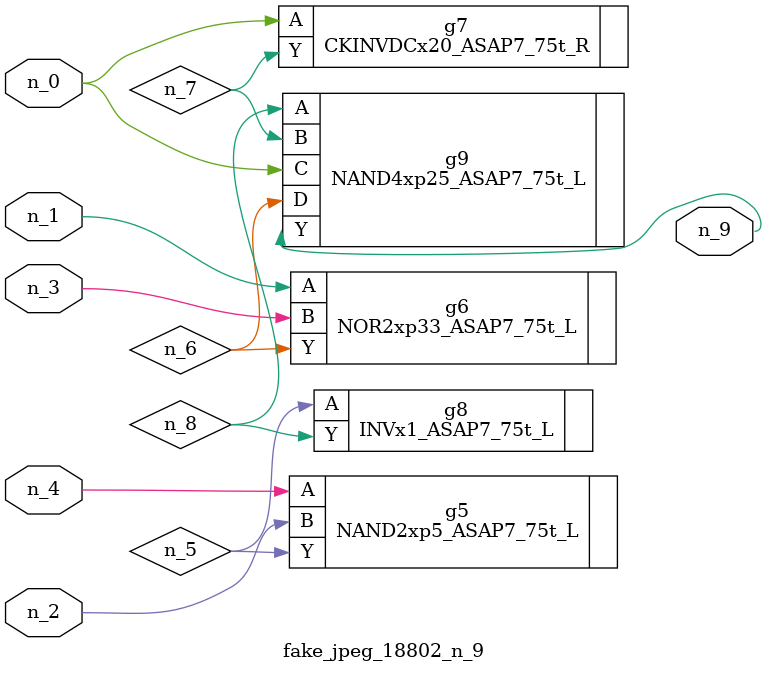
<source format=v>
module fake_jpeg_18802_n_9 (n_3, n_2, n_1, n_0, n_4, n_9);

input n_3;
input n_2;
input n_1;
input n_0;
input n_4;

output n_9;

wire n_8;
wire n_6;
wire n_5;
wire n_7;

NAND2xp5_ASAP7_75t_L g5 ( 
.A(n_4),
.B(n_2),
.Y(n_5)
);

NOR2xp33_ASAP7_75t_L g6 ( 
.A(n_1),
.B(n_3),
.Y(n_6)
);

CKINVDCx20_ASAP7_75t_R g7 ( 
.A(n_0),
.Y(n_7)
);

INVx1_ASAP7_75t_L g8 ( 
.A(n_5),
.Y(n_8)
);

NAND4xp25_ASAP7_75t_L g9 ( 
.A(n_8),
.B(n_7),
.C(n_0),
.D(n_6),
.Y(n_9)
);


endmodule
</source>
